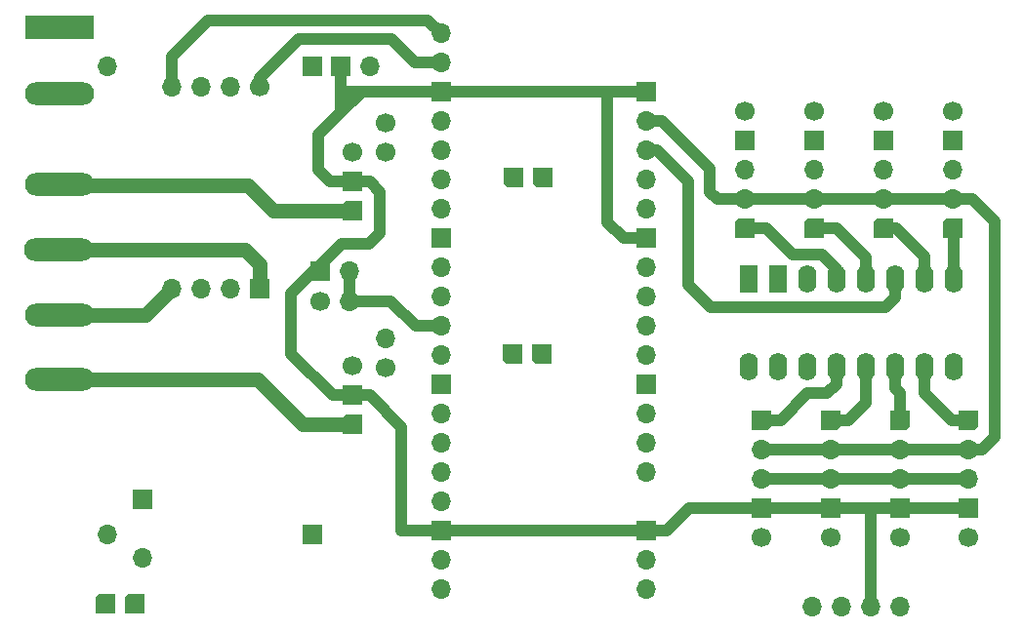
<source format=gbl>
G04 #@! TF.GenerationSoftware,KiCad,Pcbnew,7.0.7*
G04 #@! TF.CreationDate,2024-05-08T01:23:09+03:00*
G04 #@! TF.ProjectId,pico-hd-mcu-v2,7069636f-2d68-4642-9d6d-63752d76322e,rev?*
G04 #@! TF.SameCoordinates,Original*
G04 #@! TF.FileFunction,Copper,L2,Bot*
G04 #@! TF.FilePolarity,Positive*
%FSLAX46Y46*%
G04 Gerber Fmt 4.6, Leading zero omitted, Abs format (unit mm)*
G04 Created by KiCad (PCBNEW 7.0.7) date 2024-05-08 01:23:09*
%MOMM*%
%LPD*%
G01*
G04 APERTURE LIST*
G04 Aperture macros list*
%AMOutline4P*
0 Free polygon, 4 corners , with rotation*
0 The origin of the aperture is its center*
0 number of corners: always 4*
0 $1 to $8 corner X, Y*
0 $9 Rotation angle, in degrees counterclockwise*
0 create outline with 4 corners*
4,1,4,$1,$2,$3,$4,$5,$6,$7,$8,$1,$2,$9*%
%AMOutline5P*
0 Free polygon, 5 corners , with rotation*
0 The origin of the aperture is its center*
0 number of corners: always 5*
0 $1 to $10 corner X, Y*
0 $11 Rotation angle, in degrees counterclockwise*
0 create outline with 5 corners*
4,1,5,$1,$2,$3,$4,$5,$6,$7,$8,$9,$10,$1,$2,$11*%
%AMOutline6P*
0 Free polygon, 6 corners , with rotation*
0 The origin of the aperture is its center*
0 number of corners: always 6*
0 $1 to $12 corner X, Y*
0 $13 Rotation angle, in degrees counterclockwise*
0 create outline with 6 corners*
4,1,6,$1,$2,$3,$4,$5,$6,$7,$8,$9,$10,$11,$12,$1,$2,$13*%
%AMOutline7P*
0 Free polygon, 7 corners , with rotation*
0 The origin of the aperture is its center*
0 number of corners: always 7*
0 $1 to $14 corner X, Y*
0 $15 Rotation angle, in degrees counterclockwise*
0 create outline with 7 corners*
4,1,7,$1,$2,$3,$4,$5,$6,$7,$8,$9,$10,$11,$12,$13,$14,$1,$2,$15*%
%AMOutline8P*
0 Free polygon, 8 corners , with rotation*
0 The origin of the aperture is its center*
0 number of corners: always 8*
0 $1 to $16 corner X, Y*
0 $17 Rotation angle, in degrees counterclockwise*
0 create outline with 8 corners*
4,1,8,$1,$2,$3,$4,$5,$6,$7,$8,$9,$10,$11,$12,$13,$14,$15,$16,$1,$2,$17*%
G04 Aperture macros list end*
G04 #@! TA.AperFunction,ComponentPad*
%ADD10R,1.700000X1.700000*%
G04 #@! TD*
G04 #@! TA.AperFunction,ComponentPad*
%ADD11O,1.700000X1.700000*%
G04 #@! TD*
G04 #@! TA.AperFunction,ComponentPad*
%ADD12C,1.700000*%
G04 #@! TD*
G04 #@! TA.AperFunction,ComponentPad*
%ADD13Outline5P,-0.850000X0.510000X-0.510000X0.850000X0.850000X0.850000X0.850000X-0.850000X-0.850000X-0.850000X180.000000*%
G04 #@! TD*
G04 #@! TA.AperFunction,ComponentPad*
%ADD14Outline5P,-0.850000X0.510000X-0.510000X0.850000X0.850000X0.850000X0.850000X-0.850000X-0.850000X-0.850000X0.000000*%
G04 #@! TD*
G04 #@! TA.AperFunction,ComponentPad*
%ADD15O,6.000000X2.000000*%
G04 #@! TD*
G04 #@! TA.AperFunction,ComponentPad*
%ADD16Outline5P,-0.850000X0.510000X-0.510000X0.850000X0.850000X0.850000X0.850000X-0.850000X-0.850000X-0.850000X90.000000*%
G04 #@! TD*
G04 #@! TA.AperFunction,ComponentPad*
%ADD17R,6.000000X2.000000*%
G04 #@! TD*
G04 #@! TA.AperFunction,ComponentPad*
%ADD18Outline4P,-0.850000X-0.850000X0.850000X-0.850000X0.850000X0.850000X-0.850000X0.850000X0.000000*%
G04 #@! TD*
G04 #@! TA.AperFunction,ComponentPad*
%ADD19O,1.600000X2.400000*%
G04 #@! TD*
G04 #@! TA.AperFunction,ComponentPad*
%ADD20R,1.600000X2.400000*%
G04 #@! TD*
G04 #@! TA.AperFunction,Conductor*
%ADD21C,1.000000*%
G04 #@! TD*
G04 #@! TA.AperFunction,Conductor*
%ADD22C,1.250000*%
G04 #@! TD*
G04 APERTURE END LIST*
D10*
X30670000Y-61650000D03*
D11*
X30670000Y-66730000D03*
D10*
X45360000Y-24080000D03*
D11*
X27580000Y-24080000D03*
D10*
X45360000Y-64720000D03*
D11*
X27580000Y-64720000D03*
D12*
X90327500Y-64942500D03*
D10*
X90327500Y-62402500D03*
D11*
X90327500Y-59862500D03*
X90327500Y-57322500D03*
D13*
X90327500Y-54782500D03*
D12*
X100917500Y-27952500D03*
D10*
X100917500Y-30492500D03*
D11*
X100917500Y-33032500D03*
X100917500Y-35572500D03*
D14*
X100917500Y-38112500D03*
D10*
X40805000Y-43322500D03*
D11*
X38265000Y-43322500D03*
X35725000Y-43322500D03*
X33185000Y-43322500D03*
D10*
X47825000Y-24062500D03*
D12*
X40815000Y-25862500D03*
D11*
X38275000Y-25862500D03*
X35735000Y-25862500D03*
X33195000Y-25862500D03*
X50365000Y-24062500D03*
D12*
X82917500Y-27952500D03*
D10*
X82917500Y-30492500D03*
D11*
X82917500Y-33032500D03*
X82917500Y-35572500D03*
D14*
X82917500Y-38112500D03*
D15*
X23432500Y-51265000D03*
D12*
X96327500Y-64942500D03*
D10*
X96327500Y-62402500D03*
D11*
X96327500Y-59862500D03*
X96327500Y-57322500D03*
D13*
X96327500Y-54782500D03*
D16*
X62780000Y-49030000D03*
X65320000Y-49030000D03*
D12*
X46077500Y-44457500D03*
D11*
X48617500Y-44457500D03*
D12*
X94917500Y-27952500D03*
D10*
X94917500Y-30492500D03*
D11*
X94917500Y-33032500D03*
X94917500Y-35572500D03*
D14*
X94917500Y-38112500D03*
D11*
X56542500Y-69457500D03*
X56542500Y-66917500D03*
D10*
X56542500Y-64377500D03*
D11*
X56542500Y-61837500D03*
X56542500Y-59297500D03*
X56542500Y-56757500D03*
X56542500Y-54217500D03*
D10*
X56542500Y-51677500D03*
D11*
X56542500Y-49137500D03*
X56542500Y-46597500D03*
X56542500Y-44057500D03*
X56542500Y-41517500D03*
D10*
X56542500Y-38977500D03*
D11*
X56542500Y-36437500D03*
X56542500Y-33897500D03*
X56542500Y-31357500D03*
X56542500Y-28817500D03*
D10*
X56542500Y-26277500D03*
D11*
X56542500Y-23737500D03*
X56542500Y-21197500D03*
D10*
X74322500Y-26277500D03*
D11*
X74322500Y-28817500D03*
X74322500Y-31357500D03*
X74322500Y-33897500D03*
X74322500Y-36437500D03*
D10*
X74322500Y-38977500D03*
D11*
X74322500Y-41517500D03*
X74322500Y-44057500D03*
X74322500Y-46597500D03*
X74322500Y-49137500D03*
D10*
X74322500Y-51677500D03*
D11*
X74322500Y-54217500D03*
X74322500Y-56757500D03*
X74322500Y-59297500D03*
D10*
X74322500Y-64377500D03*
D11*
X74322500Y-66917500D03*
X74322500Y-69457500D03*
D17*
X23490000Y-20700000D03*
D12*
X51760000Y-31490000D03*
X51760000Y-28950000D03*
D18*
X46077500Y-41817500D03*
D11*
X48617500Y-41817500D03*
D12*
X48860000Y-31537500D03*
D10*
X48860000Y-34077500D03*
D14*
X48860000Y-36617500D03*
D11*
X93855000Y-70915000D03*
X88775000Y-70915000D03*
X91315000Y-70915000D03*
X96395000Y-70915000D03*
D15*
X23470000Y-26400000D03*
X23437500Y-45617500D03*
D12*
X84327500Y-64942500D03*
D10*
X84327500Y-62402500D03*
D11*
X84327500Y-59862500D03*
X84327500Y-57322500D03*
D13*
X84327500Y-54782500D03*
D16*
X62800000Y-33690000D03*
X65340000Y-33690000D03*
D12*
X51772500Y-50170000D03*
D11*
X51772500Y-47630000D03*
D14*
X27425000Y-70737500D03*
X29965000Y-70737500D03*
D12*
X102327500Y-64942500D03*
D10*
X102327500Y-62402500D03*
D11*
X102327500Y-59862500D03*
X102327500Y-57322500D03*
D13*
X102327500Y-54782500D03*
D15*
X23450000Y-34320000D03*
X23417500Y-39955000D03*
D12*
X48885000Y-50082500D03*
D10*
X48885000Y-52622500D03*
D14*
X48885000Y-55162500D03*
D12*
X88917500Y-27952500D03*
D10*
X88917500Y-30492500D03*
D11*
X88917500Y-33032500D03*
X88917500Y-35572500D03*
D14*
X88917500Y-38112500D03*
D19*
X100995000Y-50132500D03*
X98455000Y-50132500D03*
X95915000Y-50132500D03*
X93375000Y-50132500D03*
X90835000Y-50132500D03*
X88295000Y-50132500D03*
X85755000Y-50132500D03*
X83215000Y-50132500D03*
D20*
X83215000Y-42512500D03*
X85755000Y-42512500D03*
D19*
X88295000Y-42512500D03*
X90835000Y-42512500D03*
X93375000Y-42512500D03*
X95915000Y-42512500D03*
X98455000Y-42512500D03*
X100995000Y-42512500D03*
D21*
X93855000Y-70915000D02*
X93800000Y-70860000D01*
X93800000Y-70860000D02*
X93800000Y-62432500D01*
X93800000Y-62432500D02*
X93830000Y-62402500D01*
X74322500Y-38977500D02*
X72407500Y-38977500D01*
X72407500Y-38977500D02*
X71000000Y-37570000D01*
X71000000Y-37570000D02*
X71000000Y-26277500D01*
X71000000Y-26277500D02*
X74322500Y-26277500D01*
X56542500Y-26277500D02*
X74322500Y-26277500D01*
X74322500Y-64377500D02*
X56542500Y-64377500D01*
X53140000Y-59750000D02*
X53140000Y-64377500D01*
X53140000Y-64377500D02*
X56542500Y-64377500D01*
X56542500Y-64377500D02*
X56200000Y-64720000D01*
D22*
X23450000Y-34320000D02*
X23520000Y-34390000D01*
X42027500Y-36617500D02*
X48860000Y-36617500D01*
X23520000Y-34390000D02*
X39800000Y-34390000D01*
X39800000Y-34390000D02*
X42027500Y-36617500D01*
X23417500Y-39955000D02*
X23422500Y-39950000D01*
X23422500Y-39950000D02*
X39552500Y-39950000D01*
X39552500Y-39950000D02*
X40805000Y-41202500D01*
X40805000Y-41202500D02*
X40805000Y-43322500D01*
X23432500Y-51265000D02*
X40615000Y-51265000D01*
X40615000Y-51265000D02*
X44512500Y-55162500D01*
X44512500Y-55162500D02*
X48885000Y-55162500D01*
X23437500Y-45617500D02*
X23440000Y-45620000D01*
X23440000Y-45620000D02*
X30887500Y-45620000D01*
X30887500Y-45620000D02*
X33185000Y-43322500D01*
X23385000Y-45565000D02*
X23437500Y-45617500D01*
D21*
X47825000Y-24062500D02*
X47875000Y-24112500D01*
X45920000Y-33040000D02*
X46957500Y-34077500D01*
X50422500Y-52622500D02*
X53140000Y-55340000D01*
X47880000Y-26277500D02*
X56542500Y-26277500D01*
X45920000Y-29947500D02*
X45920000Y-33040000D01*
X51265000Y-38502500D02*
X51265000Y-34982500D01*
X76122500Y-64377500D02*
X74322500Y-64377500D01*
X47855000Y-28042500D02*
X49590000Y-26307500D01*
X46957500Y-34077500D02*
X48860000Y-34077500D01*
X51265000Y-34982500D02*
X50360000Y-34077500D01*
X47875000Y-24112500D02*
X47875000Y-27992500D01*
X50285000Y-39482500D02*
X51265000Y-38502500D01*
X46077500Y-41817500D02*
X46077500Y-41340000D01*
X47935000Y-39482500D02*
X50285000Y-39482500D01*
X78097500Y-62402500D02*
X76122500Y-64377500D01*
X47875000Y-26272500D02*
X48710000Y-27107500D01*
X46077500Y-41340000D02*
X47935000Y-39482500D01*
X47875000Y-27992500D02*
X47825000Y-28042500D01*
X47825000Y-28042500D02*
X47855000Y-28042500D01*
X84327500Y-62402500D02*
X78097500Y-62402500D01*
X46077500Y-41817500D02*
X45502500Y-41817500D01*
X43540000Y-49017500D02*
X47145000Y-52622500D01*
X43540000Y-43780000D02*
X43540000Y-49017500D01*
X50360000Y-34077500D02*
X48860000Y-34077500D01*
X84327500Y-62402500D02*
X102327500Y-62402500D01*
X47825000Y-28042500D02*
X45920000Y-29947500D01*
X47145000Y-52622500D02*
X48885000Y-52622500D01*
X48885000Y-52622500D02*
X50422500Y-52622500D01*
X45502500Y-41817500D02*
X43540000Y-43780000D01*
X53140000Y-55340000D02*
X53140000Y-60200000D01*
X44175000Y-21702500D02*
X40815000Y-25062500D01*
X56542500Y-23737500D02*
X54300000Y-23737500D01*
X40815000Y-25062500D02*
X40815000Y-25862500D01*
X54300000Y-23737500D02*
X52265000Y-21702500D01*
X52265000Y-21702500D02*
X44175000Y-21702500D01*
X56542500Y-21197500D02*
X55397500Y-20052500D01*
X55397500Y-20052500D02*
X36345000Y-20052500D01*
X33195000Y-23202500D02*
X33195000Y-25862500D01*
X36345000Y-20052500D02*
X33195000Y-23202500D01*
X93375000Y-42512500D02*
X93375000Y-40660000D01*
X90827500Y-38112500D02*
X88917500Y-38112500D01*
X93375000Y-40660000D02*
X90827500Y-38112500D01*
X93375000Y-53290000D02*
X93375000Y-50132500D01*
X90327500Y-54782500D02*
X91882500Y-54782500D01*
X91882500Y-54782500D02*
X93375000Y-53290000D01*
X96327500Y-54782500D02*
X96327500Y-52412500D01*
X95945000Y-52030000D02*
X95945000Y-50162500D01*
X95945000Y-50162500D02*
X95915000Y-50132500D01*
X96327500Y-52412500D02*
X95945000Y-52030000D01*
X102327500Y-54782500D02*
X100847500Y-54782500D01*
X100847500Y-54782500D02*
X98455000Y-52390000D01*
X98455000Y-52390000D02*
X98455000Y-50132500D01*
X90835000Y-51640000D02*
X90835000Y-50132500D01*
X90835000Y-50132500D02*
X90795000Y-50172500D01*
X90025000Y-52450000D02*
X90835000Y-51640000D01*
X85992500Y-54782500D02*
X88325000Y-52450000D01*
X84327500Y-54782500D02*
X85992500Y-54782500D01*
X88325000Y-52450000D02*
X90025000Y-52450000D01*
X100995000Y-42512500D02*
X100995000Y-38190000D01*
X100995000Y-38190000D02*
X100917500Y-38112500D01*
X98455000Y-40520000D02*
X96047500Y-38112500D01*
X98455000Y-42512500D02*
X98455000Y-40520000D01*
X96047500Y-38112500D02*
X94917500Y-38112500D01*
X87075000Y-40400000D02*
X89615000Y-40400000D01*
X89615000Y-40400000D02*
X90835000Y-41620000D01*
X90835000Y-41620000D02*
X90835000Y-42512500D01*
X84787500Y-38112500D02*
X87075000Y-40400000D01*
X82917500Y-38112500D02*
X84787500Y-38112500D01*
X48617500Y-44457500D02*
X52200000Y-44457500D01*
X52200000Y-44457500D02*
X54340000Y-46597500D01*
X54340000Y-46597500D02*
X56542500Y-46597500D01*
X48617500Y-41817500D02*
X48617500Y-44457500D01*
X102327500Y-59862500D02*
X84327500Y-59862500D01*
X80522500Y-35572500D02*
X79880000Y-34930000D01*
X82917500Y-35572500D02*
X80522500Y-35572500D01*
X102592500Y-35572500D02*
X104540000Y-37520000D01*
X79880000Y-32950000D02*
X75747500Y-28817500D01*
X100917500Y-35572500D02*
X102592500Y-35572500D01*
X75747500Y-28817500D02*
X74322500Y-28817500D01*
X100917500Y-35572500D02*
X82917500Y-35572500D01*
X102327500Y-57322500D02*
X84327500Y-57322500D01*
X103477500Y-57322500D02*
X102327500Y-57322500D01*
X79880000Y-34930000D02*
X79880000Y-32950000D01*
X104540000Y-56260000D02*
X103477500Y-57322500D01*
X104540000Y-37520000D02*
X104540000Y-56260000D01*
X95915000Y-44125000D02*
X95100000Y-44940000D01*
X95915000Y-42512500D02*
X95915000Y-44125000D01*
X95100000Y-44940000D02*
X79920000Y-44940000D01*
X77970000Y-34040000D02*
X75287500Y-31357500D01*
X79920000Y-44940000D02*
X77970000Y-42990000D01*
X77970000Y-42990000D02*
X77970000Y-34040000D01*
X75287500Y-31357500D02*
X74322500Y-31357500D01*
M02*

</source>
